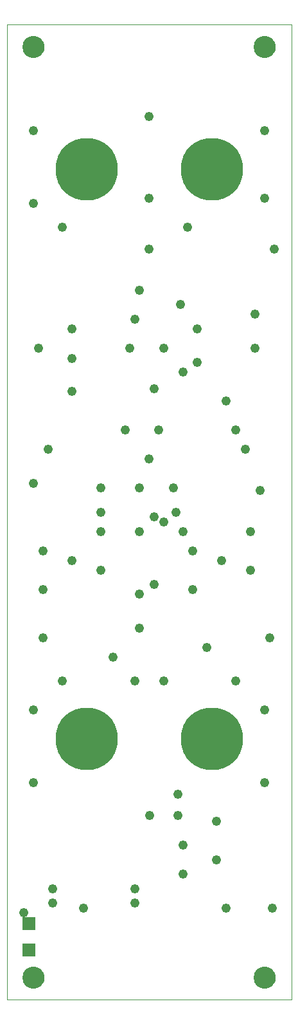
<source format=gts>
G75*
G70*
%OFA0B0*%
%FSLAX24Y24*%
%IPPOS*%
%LPD*%
%AMOC8*
5,1,8,0,0,1.08239X$1,22.5*
%
%ADD10C,0.0000*%
%ADD11C,0.1143*%
%ADD12C,0.3230*%
%ADD13R,0.0671X0.0671*%
%ADD14C,0.0480*%
D10*
X000142Y000180D02*
X000142Y050680D01*
X014892Y050680D01*
X014892Y000180D01*
X000142Y000180D01*
X000986Y001330D02*
X000988Y001376D01*
X000994Y001421D01*
X001004Y001466D01*
X001017Y001509D01*
X001034Y001552D01*
X001055Y001592D01*
X001079Y001631D01*
X001107Y001667D01*
X001138Y001701D01*
X001171Y001733D01*
X001207Y001761D01*
X001245Y001786D01*
X001285Y001808D01*
X001327Y001826D01*
X001370Y001840D01*
X001415Y001851D01*
X001460Y001858D01*
X001506Y001861D01*
X001551Y001860D01*
X001597Y001855D01*
X001642Y001846D01*
X001685Y001834D01*
X001728Y001817D01*
X001769Y001797D01*
X001808Y001774D01*
X001846Y001747D01*
X001880Y001717D01*
X001912Y001685D01*
X001941Y001649D01*
X001967Y001612D01*
X001990Y001572D01*
X002009Y001531D01*
X002024Y001488D01*
X002036Y001443D01*
X002044Y001398D01*
X002048Y001353D01*
X002048Y001307D01*
X002044Y001262D01*
X002036Y001217D01*
X002024Y001172D01*
X002009Y001129D01*
X001990Y001088D01*
X001967Y001048D01*
X001941Y001011D01*
X001912Y000975D01*
X001880Y000943D01*
X001846Y000913D01*
X001808Y000886D01*
X001769Y000863D01*
X001728Y000843D01*
X001685Y000826D01*
X001642Y000814D01*
X001597Y000805D01*
X001551Y000800D01*
X001506Y000799D01*
X001460Y000802D01*
X001415Y000809D01*
X001370Y000820D01*
X001327Y000834D01*
X001285Y000852D01*
X001245Y000874D01*
X001207Y000899D01*
X001171Y000927D01*
X001138Y000959D01*
X001107Y000993D01*
X001079Y001029D01*
X001055Y001068D01*
X001034Y001108D01*
X001017Y001151D01*
X001004Y001194D01*
X000994Y001239D01*
X000988Y001284D01*
X000986Y001330D01*
X002692Y013680D02*
X002694Y013759D01*
X002700Y013838D01*
X002710Y013917D01*
X002724Y013995D01*
X002741Y014072D01*
X002763Y014148D01*
X002788Y014223D01*
X002818Y014296D01*
X002850Y014368D01*
X002887Y014439D01*
X002927Y014507D01*
X002970Y014573D01*
X003016Y014637D01*
X003066Y014699D01*
X003119Y014758D01*
X003174Y014814D01*
X003233Y014868D01*
X003294Y014918D01*
X003357Y014966D01*
X003423Y015010D01*
X003491Y015051D01*
X003561Y015088D01*
X003632Y015122D01*
X003706Y015152D01*
X003780Y015178D01*
X003856Y015200D01*
X003933Y015219D01*
X004011Y015234D01*
X004089Y015245D01*
X004168Y015252D01*
X004247Y015255D01*
X004326Y015254D01*
X004405Y015249D01*
X004484Y015240D01*
X004562Y015227D01*
X004639Y015210D01*
X004716Y015190D01*
X004791Y015165D01*
X004865Y015137D01*
X004938Y015105D01*
X005008Y015070D01*
X005077Y015031D01*
X005144Y014988D01*
X005209Y014942D01*
X005271Y014894D01*
X005331Y014842D01*
X005388Y014787D01*
X005442Y014729D01*
X005493Y014669D01*
X005541Y014606D01*
X005586Y014541D01*
X005628Y014473D01*
X005666Y014404D01*
X005700Y014333D01*
X005731Y014260D01*
X005759Y014185D01*
X005782Y014110D01*
X005802Y014033D01*
X005818Y013956D01*
X005830Y013877D01*
X005838Y013799D01*
X005842Y013720D01*
X005842Y013640D01*
X005838Y013561D01*
X005830Y013483D01*
X005818Y013404D01*
X005802Y013327D01*
X005782Y013250D01*
X005759Y013175D01*
X005731Y013100D01*
X005700Y013027D01*
X005666Y012956D01*
X005628Y012887D01*
X005586Y012819D01*
X005541Y012754D01*
X005493Y012691D01*
X005442Y012631D01*
X005388Y012573D01*
X005331Y012518D01*
X005271Y012466D01*
X005209Y012418D01*
X005144Y012372D01*
X005077Y012329D01*
X005008Y012290D01*
X004938Y012255D01*
X004865Y012223D01*
X004791Y012195D01*
X004716Y012170D01*
X004639Y012150D01*
X004562Y012133D01*
X004484Y012120D01*
X004405Y012111D01*
X004326Y012106D01*
X004247Y012105D01*
X004168Y012108D01*
X004089Y012115D01*
X004011Y012126D01*
X003933Y012141D01*
X003856Y012160D01*
X003780Y012182D01*
X003706Y012208D01*
X003632Y012238D01*
X003561Y012272D01*
X003491Y012309D01*
X003423Y012350D01*
X003357Y012394D01*
X003294Y012442D01*
X003233Y012492D01*
X003174Y012546D01*
X003119Y012602D01*
X003066Y012661D01*
X003016Y012723D01*
X002970Y012787D01*
X002927Y012853D01*
X002887Y012921D01*
X002850Y012992D01*
X002818Y013064D01*
X002788Y013137D01*
X002763Y013212D01*
X002741Y013288D01*
X002724Y013365D01*
X002710Y013443D01*
X002700Y013522D01*
X002694Y013601D01*
X002692Y013680D01*
X009192Y013680D02*
X009194Y013759D01*
X009200Y013838D01*
X009210Y013917D01*
X009224Y013995D01*
X009241Y014072D01*
X009263Y014148D01*
X009288Y014223D01*
X009318Y014296D01*
X009350Y014368D01*
X009387Y014439D01*
X009427Y014507D01*
X009470Y014573D01*
X009516Y014637D01*
X009566Y014699D01*
X009619Y014758D01*
X009674Y014814D01*
X009733Y014868D01*
X009794Y014918D01*
X009857Y014966D01*
X009923Y015010D01*
X009991Y015051D01*
X010061Y015088D01*
X010132Y015122D01*
X010206Y015152D01*
X010280Y015178D01*
X010356Y015200D01*
X010433Y015219D01*
X010511Y015234D01*
X010589Y015245D01*
X010668Y015252D01*
X010747Y015255D01*
X010826Y015254D01*
X010905Y015249D01*
X010984Y015240D01*
X011062Y015227D01*
X011139Y015210D01*
X011216Y015190D01*
X011291Y015165D01*
X011365Y015137D01*
X011438Y015105D01*
X011508Y015070D01*
X011577Y015031D01*
X011644Y014988D01*
X011709Y014942D01*
X011771Y014894D01*
X011831Y014842D01*
X011888Y014787D01*
X011942Y014729D01*
X011993Y014669D01*
X012041Y014606D01*
X012086Y014541D01*
X012128Y014473D01*
X012166Y014404D01*
X012200Y014333D01*
X012231Y014260D01*
X012259Y014185D01*
X012282Y014110D01*
X012302Y014033D01*
X012318Y013956D01*
X012330Y013877D01*
X012338Y013799D01*
X012342Y013720D01*
X012342Y013640D01*
X012338Y013561D01*
X012330Y013483D01*
X012318Y013404D01*
X012302Y013327D01*
X012282Y013250D01*
X012259Y013175D01*
X012231Y013100D01*
X012200Y013027D01*
X012166Y012956D01*
X012128Y012887D01*
X012086Y012819D01*
X012041Y012754D01*
X011993Y012691D01*
X011942Y012631D01*
X011888Y012573D01*
X011831Y012518D01*
X011771Y012466D01*
X011709Y012418D01*
X011644Y012372D01*
X011577Y012329D01*
X011508Y012290D01*
X011438Y012255D01*
X011365Y012223D01*
X011291Y012195D01*
X011216Y012170D01*
X011139Y012150D01*
X011062Y012133D01*
X010984Y012120D01*
X010905Y012111D01*
X010826Y012106D01*
X010747Y012105D01*
X010668Y012108D01*
X010589Y012115D01*
X010511Y012126D01*
X010433Y012141D01*
X010356Y012160D01*
X010280Y012182D01*
X010206Y012208D01*
X010132Y012238D01*
X010061Y012272D01*
X009991Y012309D01*
X009923Y012350D01*
X009857Y012394D01*
X009794Y012442D01*
X009733Y012492D01*
X009674Y012546D01*
X009619Y012602D01*
X009566Y012661D01*
X009516Y012723D01*
X009470Y012787D01*
X009427Y012853D01*
X009387Y012921D01*
X009350Y012992D01*
X009318Y013064D01*
X009288Y013137D01*
X009263Y013212D01*
X009241Y013288D01*
X009224Y013365D01*
X009210Y013443D01*
X009200Y013522D01*
X009194Y013601D01*
X009192Y013680D01*
X012986Y001330D02*
X012988Y001376D01*
X012994Y001421D01*
X013004Y001466D01*
X013017Y001509D01*
X013034Y001552D01*
X013055Y001592D01*
X013079Y001631D01*
X013107Y001667D01*
X013138Y001701D01*
X013171Y001733D01*
X013207Y001761D01*
X013245Y001786D01*
X013285Y001808D01*
X013327Y001826D01*
X013370Y001840D01*
X013415Y001851D01*
X013460Y001858D01*
X013506Y001861D01*
X013551Y001860D01*
X013597Y001855D01*
X013642Y001846D01*
X013685Y001834D01*
X013728Y001817D01*
X013769Y001797D01*
X013808Y001774D01*
X013846Y001747D01*
X013880Y001717D01*
X013912Y001685D01*
X013941Y001649D01*
X013967Y001612D01*
X013990Y001572D01*
X014009Y001531D01*
X014024Y001488D01*
X014036Y001443D01*
X014044Y001398D01*
X014048Y001353D01*
X014048Y001307D01*
X014044Y001262D01*
X014036Y001217D01*
X014024Y001172D01*
X014009Y001129D01*
X013990Y001088D01*
X013967Y001048D01*
X013941Y001011D01*
X013912Y000975D01*
X013880Y000943D01*
X013846Y000913D01*
X013808Y000886D01*
X013769Y000863D01*
X013728Y000843D01*
X013685Y000826D01*
X013642Y000814D01*
X013597Y000805D01*
X013551Y000800D01*
X013506Y000799D01*
X013460Y000802D01*
X013415Y000809D01*
X013370Y000820D01*
X013327Y000834D01*
X013285Y000852D01*
X013245Y000874D01*
X013207Y000899D01*
X013171Y000927D01*
X013138Y000959D01*
X013107Y000993D01*
X013079Y001029D01*
X013055Y001068D01*
X013034Y001108D01*
X013017Y001151D01*
X013004Y001194D01*
X012994Y001239D01*
X012988Y001284D01*
X012986Y001330D01*
X009192Y043180D02*
X009194Y043259D01*
X009200Y043338D01*
X009210Y043417D01*
X009224Y043495D01*
X009241Y043572D01*
X009263Y043648D01*
X009288Y043723D01*
X009318Y043796D01*
X009350Y043868D01*
X009387Y043939D01*
X009427Y044007D01*
X009470Y044073D01*
X009516Y044137D01*
X009566Y044199D01*
X009619Y044258D01*
X009674Y044314D01*
X009733Y044368D01*
X009794Y044418D01*
X009857Y044466D01*
X009923Y044510D01*
X009991Y044551D01*
X010061Y044588D01*
X010132Y044622D01*
X010206Y044652D01*
X010280Y044678D01*
X010356Y044700D01*
X010433Y044719D01*
X010511Y044734D01*
X010589Y044745D01*
X010668Y044752D01*
X010747Y044755D01*
X010826Y044754D01*
X010905Y044749D01*
X010984Y044740D01*
X011062Y044727D01*
X011139Y044710D01*
X011216Y044690D01*
X011291Y044665D01*
X011365Y044637D01*
X011438Y044605D01*
X011508Y044570D01*
X011577Y044531D01*
X011644Y044488D01*
X011709Y044442D01*
X011771Y044394D01*
X011831Y044342D01*
X011888Y044287D01*
X011942Y044229D01*
X011993Y044169D01*
X012041Y044106D01*
X012086Y044041D01*
X012128Y043973D01*
X012166Y043904D01*
X012200Y043833D01*
X012231Y043760D01*
X012259Y043685D01*
X012282Y043610D01*
X012302Y043533D01*
X012318Y043456D01*
X012330Y043377D01*
X012338Y043299D01*
X012342Y043220D01*
X012342Y043140D01*
X012338Y043061D01*
X012330Y042983D01*
X012318Y042904D01*
X012302Y042827D01*
X012282Y042750D01*
X012259Y042675D01*
X012231Y042600D01*
X012200Y042527D01*
X012166Y042456D01*
X012128Y042387D01*
X012086Y042319D01*
X012041Y042254D01*
X011993Y042191D01*
X011942Y042131D01*
X011888Y042073D01*
X011831Y042018D01*
X011771Y041966D01*
X011709Y041918D01*
X011644Y041872D01*
X011577Y041829D01*
X011508Y041790D01*
X011438Y041755D01*
X011365Y041723D01*
X011291Y041695D01*
X011216Y041670D01*
X011139Y041650D01*
X011062Y041633D01*
X010984Y041620D01*
X010905Y041611D01*
X010826Y041606D01*
X010747Y041605D01*
X010668Y041608D01*
X010589Y041615D01*
X010511Y041626D01*
X010433Y041641D01*
X010356Y041660D01*
X010280Y041682D01*
X010206Y041708D01*
X010132Y041738D01*
X010061Y041772D01*
X009991Y041809D01*
X009923Y041850D01*
X009857Y041894D01*
X009794Y041942D01*
X009733Y041992D01*
X009674Y042046D01*
X009619Y042102D01*
X009566Y042161D01*
X009516Y042223D01*
X009470Y042287D01*
X009427Y042353D01*
X009387Y042421D01*
X009350Y042492D01*
X009318Y042564D01*
X009288Y042637D01*
X009263Y042712D01*
X009241Y042788D01*
X009224Y042865D01*
X009210Y042943D01*
X009200Y043022D01*
X009194Y043101D01*
X009192Y043180D01*
X012986Y049530D02*
X012988Y049576D01*
X012994Y049621D01*
X013004Y049666D01*
X013017Y049709D01*
X013034Y049752D01*
X013055Y049792D01*
X013079Y049831D01*
X013107Y049867D01*
X013138Y049901D01*
X013171Y049933D01*
X013207Y049961D01*
X013245Y049986D01*
X013285Y050008D01*
X013327Y050026D01*
X013370Y050040D01*
X013415Y050051D01*
X013460Y050058D01*
X013506Y050061D01*
X013551Y050060D01*
X013597Y050055D01*
X013642Y050046D01*
X013685Y050034D01*
X013728Y050017D01*
X013769Y049997D01*
X013808Y049974D01*
X013846Y049947D01*
X013880Y049917D01*
X013912Y049885D01*
X013941Y049849D01*
X013967Y049812D01*
X013990Y049772D01*
X014009Y049731D01*
X014024Y049688D01*
X014036Y049643D01*
X014044Y049598D01*
X014048Y049553D01*
X014048Y049507D01*
X014044Y049462D01*
X014036Y049417D01*
X014024Y049372D01*
X014009Y049329D01*
X013990Y049288D01*
X013967Y049248D01*
X013941Y049211D01*
X013912Y049175D01*
X013880Y049143D01*
X013846Y049113D01*
X013808Y049086D01*
X013769Y049063D01*
X013728Y049043D01*
X013685Y049026D01*
X013642Y049014D01*
X013597Y049005D01*
X013551Y049000D01*
X013506Y048999D01*
X013460Y049002D01*
X013415Y049009D01*
X013370Y049020D01*
X013327Y049034D01*
X013285Y049052D01*
X013245Y049074D01*
X013207Y049099D01*
X013171Y049127D01*
X013138Y049159D01*
X013107Y049193D01*
X013079Y049229D01*
X013055Y049268D01*
X013034Y049308D01*
X013017Y049351D01*
X013004Y049394D01*
X012994Y049439D01*
X012988Y049484D01*
X012986Y049530D01*
X002692Y043180D02*
X002694Y043259D01*
X002700Y043338D01*
X002710Y043417D01*
X002724Y043495D01*
X002741Y043572D01*
X002763Y043648D01*
X002788Y043723D01*
X002818Y043796D01*
X002850Y043868D01*
X002887Y043939D01*
X002927Y044007D01*
X002970Y044073D01*
X003016Y044137D01*
X003066Y044199D01*
X003119Y044258D01*
X003174Y044314D01*
X003233Y044368D01*
X003294Y044418D01*
X003357Y044466D01*
X003423Y044510D01*
X003491Y044551D01*
X003561Y044588D01*
X003632Y044622D01*
X003706Y044652D01*
X003780Y044678D01*
X003856Y044700D01*
X003933Y044719D01*
X004011Y044734D01*
X004089Y044745D01*
X004168Y044752D01*
X004247Y044755D01*
X004326Y044754D01*
X004405Y044749D01*
X004484Y044740D01*
X004562Y044727D01*
X004639Y044710D01*
X004716Y044690D01*
X004791Y044665D01*
X004865Y044637D01*
X004938Y044605D01*
X005008Y044570D01*
X005077Y044531D01*
X005144Y044488D01*
X005209Y044442D01*
X005271Y044394D01*
X005331Y044342D01*
X005388Y044287D01*
X005442Y044229D01*
X005493Y044169D01*
X005541Y044106D01*
X005586Y044041D01*
X005628Y043973D01*
X005666Y043904D01*
X005700Y043833D01*
X005731Y043760D01*
X005759Y043685D01*
X005782Y043610D01*
X005802Y043533D01*
X005818Y043456D01*
X005830Y043377D01*
X005838Y043299D01*
X005842Y043220D01*
X005842Y043140D01*
X005838Y043061D01*
X005830Y042983D01*
X005818Y042904D01*
X005802Y042827D01*
X005782Y042750D01*
X005759Y042675D01*
X005731Y042600D01*
X005700Y042527D01*
X005666Y042456D01*
X005628Y042387D01*
X005586Y042319D01*
X005541Y042254D01*
X005493Y042191D01*
X005442Y042131D01*
X005388Y042073D01*
X005331Y042018D01*
X005271Y041966D01*
X005209Y041918D01*
X005144Y041872D01*
X005077Y041829D01*
X005008Y041790D01*
X004938Y041755D01*
X004865Y041723D01*
X004791Y041695D01*
X004716Y041670D01*
X004639Y041650D01*
X004562Y041633D01*
X004484Y041620D01*
X004405Y041611D01*
X004326Y041606D01*
X004247Y041605D01*
X004168Y041608D01*
X004089Y041615D01*
X004011Y041626D01*
X003933Y041641D01*
X003856Y041660D01*
X003780Y041682D01*
X003706Y041708D01*
X003632Y041738D01*
X003561Y041772D01*
X003491Y041809D01*
X003423Y041850D01*
X003357Y041894D01*
X003294Y041942D01*
X003233Y041992D01*
X003174Y042046D01*
X003119Y042102D01*
X003066Y042161D01*
X003016Y042223D01*
X002970Y042287D01*
X002927Y042353D01*
X002887Y042421D01*
X002850Y042492D01*
X002818Y042564D01*
X002788Y042637D01*
X002763Y042712D01*
X002741Y042788D01*
X002724Y042865D01*
X002710Y042943D01*
X002700Y043022D01*
X002694Y043101D01*
X002692Y043180D01*
X000986Y049530D02*
X000988Y049576D01*
X000994Y049621D01*
X001004Y049666D01*
X001017Y049709D01*
X001034Y049752D01*
X001055Y049792D01*
X001079Y049831D01*
X001107Y049867D01*
X001138Y049901D01*
X001171Y049933D01*
X001207Y049961D01*
X001245Y049986D01*
X001285Y050008D01*
X001327Y050026D01*
X001370Y050040D01*
X001415Y050051D01*
X001460Y050058D01*
X001506Y050061D01*
X001551Y050060D01*
X001597Y050055D01*
X001642Y050046D01*
X001685Y050034D01*
X001728Y050017D01*
X001769Y049997D01*
X001808Y049974D01*
X001846Y049947D01*
X001880Y049917D01*
X001912Y049885D01*
X001941Y049849D01*
X001967Y049812D01*
X001990Y049772D01*
X002009Y049731D01*
X002024Y049688D01*
X002036Y049643D01*
X002044Y049598D01*
X002048Y049553D01*
X002048Y049507D01*
X002044Y049462D01*
X002036Y049417D01*
X002024Y049372D01*
X002009Y049329D01*
X001990Y049288D01*
X001967Y049248D01*
X001941Y049211D01*
X001912Y049175D01*
X001880Y049143D01*
X001846Y049113D01*
X001808Y049086D01*
X001769Y049063D01*
X001728Y049043D01*
X001685Y049026D01*
X001642Y049014D01*
X001597Y049005D01*
X001551Y049000D01*
X001506Y048999D01*
X001460Y049002D01*
X001415Y049009D01*
X001370Y049020D01*
X001327Y049034D01*
X001285Y049052D01*
X001245Y049074D01*
X001207Y049099D01*
X001171Y049127D01*
X001138Y049159D01*
X001107Y049193D01*
X001079Y049229D01*
X001055Y049268D01*
X001034Y049308D01*
X001017Y049351D01*
X001004Y049394D01*
X000994Y049439D01*
X000988Y049484D01*
X000986Y049530D01*
D11*
X001517Y049530D03*
X013517Y049530D03*
X013517Y001330D03*
X001517Y001330D03*
D12*
X004267Y013680D03*
X010767Y013680D03*
X010767Y043180D03*
X004267Y043180D03*
D13*
X001267Y004119D03*
X001267Y002741D03*
D14*
X001017Y004680D03*
X002517Y005180D03*
X002517Y005930D03*
X004090Y004930D03*
X001517Y011430D03*
X001517Y015180D03*
X002017Y018930D03*
X002017Y021430D03*
X002017Y023430D03*
X001517Y026930D03*
X002267Y028680D03*
X003517Y031680D03*
X003517Y033379D03*
X003517Y034930D03*
X003017Y040180D03*
X001517Y041430D03*
X001517Y045180D03*
X001767Y033930D03*
X005017Y026680D03*
X005017Y025430D03*
X005017Y024430D03*
X005017Y022430D03*
X003517Y022930D03*
X005642Y017930D03*
X006767Y016680D03*
X007017Y019430D03*
X007017Y021180D03*
X007767Y021680D03*
X007017Y024430D03*
X007017Y026680D03*
X007517Y028180D03*
X008017Y029680D03*
X007767Y031805D03*
X008267Y033930D03*
X009142Y036180D03*
X010017Y034930D03*
X010017Y033180D03*
X009267Y032680D03*
X008767Y026680D03*
X008892Y025430D03*
X009267Y024430D03*
X009767Y023430D03*
X009767Y021430D03*
X010517Y018430D03*
X011267Y022930D03*
X012767Y022430D03*
X012767Y024430D03*
X013267Y026555D03*
X012517Y028680D03*
X012017Y029680D03*
X011517Y031180D03*
X013017Y033930D03*
X013017Y035680D03*
X014017Y039055D03*
X013517Y041680D03*
X013517Y045180D03*
X009517Y040180D03*
X007517Y039055D03*
X007017Y036930D03*
X006767Y035430D03*
X006517Y033930D03*
X006267Y029680D03*
X007767Y025180D03*
X008267Y024930D03*
X008267Y016680D03*
X009017Y010805D03*
X009017Y009731D03*
X009267Y008180D03*
X009267Y006680D03*
X007546Y009731D03*
X006767Y005930D03*
X006767Y005180D03*
X003017Y016680D03*
X007517Y041680D03*
X007517Y045930D03*
X013767Y018930D03*
X013517Y015180D03*
X013517Y011430D03*
X012017Y016680D03*
X011017Y009430D03*
X011017Y007430D03*
X011517Y004930D03*
X013892Y004930D03*
M02*

</source>
